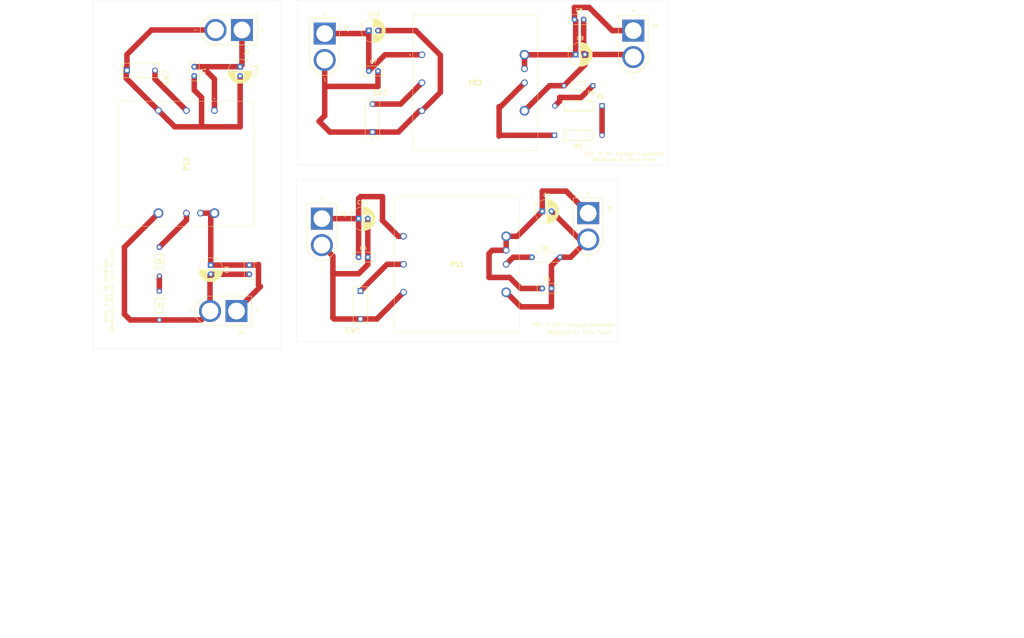
<source format=kicad_pcb>
(kicad_pcb (version 20240108) (generator "pcbnew") (generator_version "8.0")
  (layers (0 "F.Cu" signal) (31 "B.Cu" signal) (34 "B.Paste" user) (35 "F.Paste" user) (36 "B.SilkS" user "B.Silkscreen") (37 "F.SilkS" user "F.Silkscreen") (38 "B.Mask" user) (39 "F.Mask" user) (44 "Edge.Cuts" user))
  (net 0 "")
  (net 1 "Net-(J1-Pin_1)")
  (net 2 "Net-(J1-Pin_2)")
  (net 3 "Net-(J2-Pin_2)")
  (net 4 "Net-(J2-Pin_1)")
  (net 5 "Net-(PS1-ON{slash}OFF)")
  (net 6 "Net-(PS1-TRIM)")
  (net 7 "Net-(J3-Pin_2)")
  (net 8 "Net-(J3-Pin_1)")
  (net 9 "Net-(J4-Pin_1)")
  (net 10 "Net-(J4-Pin_2)")
  (net 11 "Net-(J5-Pin_2)")
  (net 12 "Net-(J5-Pin_1)")
  (net 13 "Net-(J6-Pin_1)")
  (net 14 "Net-(J6-Pin_2)")
  (net 15 "Net-(PS2-TRIM)")
  (net 16 "Net-(PS2-ON{slash}OFF)")
  (net 17 "Net-(PS3-TRIM)")
  (net 18 "Net-(PS3-ON{slash}OFF)")
  (net 19 "Net-(R1-Pad2)")
  (net 20 "Net-(R3-Pad2)")
  (net 21 "Net-(R5-Pad2)")
  (footprint "footprints400:CMF55_VIS" (layer "F.Cu") (at 259.022 61.306 180)
    (property "Reference" "R5" (at 0.5 2.5 0) (layer "F.SilkS"))
    (property "Value" "400")
    (pad "1" thru_hole rect (at 0 0 180) (size 1.4478 1.4478) (drill 0.9398) (layers "*.Cu" "*.Mask") (net 20 "Net-(R3-Pad2)"))
    (pad "2" thru_hole circle (at 12.8524 0 180) (size 1.4478 1.4478) (drill 0.9398) (layers "*.Cu" "*.Mask") (net 21 "Net-(R5-Pad2)"))
  )
  (footprint "DS01-254-L-01BE:SW_DS01-254-L-01BE" (layer "F.Cu") (at 133.5 51.64 -90)
    (property "Reference" "SW2" (at 1.985 -6.889 90) (layer "F.SilkS") (effects (font (size 1.4 1.4))))
    (property "Value" "SWITCH")
    (pad "1A" thru_hole rect (at 0 3.81 270) (size 1.58 1.58) (drill 1) (layers "*.Cu" "*.Mask") (net 7 "Net-(J3-Pin_2)"))
    (pad "1B" thru_hole circle (at 0 -3.81 270) (size 1.58 1.58) (drill 1) (layers "*.Cu" "*.Mask") (net 16 "Net-(PS2-ON{slash}OFF)"))
  )
  (footprint "FabDrawingTemplates:FabDrawing-4Layer-Metric" (layer "F.Cu") (at 132.675 141.07)
    (property "Reference" "REF**" (hide yes))
    (property "Value" "FabDrawing-4Layer" (hide yes))
  )
  (footprint "Capacitor_THT:CP_Radial_D6.3mm_P2.50mm" (layer "F.Cu") (at 192.75 92)
    (property "Reference" "Cin1" (at 1.25 -4.4 0) (layer "F.SilkS"))
    (property "Value" "330uF")
    (pad "1" thru_hole rect (at 0 0) (size 1.6 1.6) (drill 0.8) (layers "*.Cu" "*.Mask") (net 4 "Net-(J2-Pin_1)"))
    (pad "2" thru_hole circle (at 2.5 0) (size 1.6 1.6) (drill 0.8) (layers "*.Cu" "*.Mask") (net 3 "Net-(J2-Pin_2)"))
  )
  (footprint "Capacitor_THT:CP_Radial_D6.3mm_P2.50mm" (layer "F.Cu") (at 195.522 40.806)
    (property "Reference" "Cin3" (at 1.25 -4.4 0) (layer "F.SilkS"))
    (property "Value" "330uF")
    (pad "1" thru_hole rect (at 0 0) (size 1.6 1.6) (drill 0.8) (layers "*.Cu" "*.Mask") (net 12 "Net-(J5-Pin_1)"))
    (pad "2" thru_hole circle (at 2.5 0) (size 1.6 1.6) (drill 0.8) (layers "*.Cu" "*.Mask") (net 11 "Net-(J5-Pin_2)"))
  )
  (footprint "footprints1000:STA_CF18_STP" (layer "F.Cu") (at 138.5 99.766 -90)
    (property "Reference" "R1" (at 3.937 0 -90) (layer "F.SilkS"))
    (property "Value" "1000")
    (pad "1" thru_hole rect (at 0 0 270) (size 1.2954 1.2954) (drill 0.7874) (layers "*.Cu" "*.Mask") (net 15 "Net-(PS2-TRIM)"))
    (pad "2" thru_hole circle (at 7.874 0 270) (size 1.2954 1.2954) (drill 0.7874) (layers "*.Cu" "*.Mask") (net 19 "Net-(R1-Pad2)"))
  )
  (footprint "Capacitor_THT:C_Disc_D5.0mm_W2.5mm_P2.50mm" (layer "F.Cu") (at 192.75 102.5)
    (property "Reference" "C5" (at 1.25 -2.5 0) (layer "F.SilkS"))
    (property "Value" "22uF")
    (pad "1" thru_hole circle (at 0 0) (size 1.6 1.6) (drill 0.8) (layers "*.Cu" "*.Mask") (net 4 "Net-(J2-Pin_1)"))
    (pad "2" thru_hole circle (at 2.5 0) (size 1.6 1.6) (drill 0.8) (layers "*.Cu" "*.Mask") (net 3 "Net-(J2-Pin_2)"))
  )
  (footprint "DS01-254-L-01BE:SW_DS01-254-L-01BE" (layer "F.Cu") (at 193.25 115.5 180)
    (property "Reference" "SW1" (at 1.985 -6.889 0) (layer "F.SilkS") (effects (font (size 1.4 1.4))))
    (property "Value" "SWITCH")
    (pad "1A" thru_hole rect (at 0 3.81 180) (size 1.58 1.58) (drill 1) (layers "*.Cu" "*.Mask") (net 5 "Net-(PS1-ON{slash}OFF)"))
    (pad "1B" thru_hole circle (at 0 -3.81 180) (size 1.58 1.58) (drill 1) (layers "*.Cu" "*.Mask") (net 3 "Net-(J2-Pin_2)"))
  )
  (footprint "XT60-M:AMASS_XT60-M" (layer "F.Cu") (at 183.522 45.206 -90)
    (property "Reference" "J5" (at -4.825 -5.935 90) (layer "F.SilkS"))
    (property "Value" "40V")
    (pad "N" thru_hole circle (at 3.6 0 270) (size 6 6) (drill 4.55) (layers "*.Cu" "*.Mask") (net 11 "Net-(J5-Pin_2)"))
    (pad "P" thru_hole rect (at -3.6 0 270) (size 6 6) (drill 4.55) (layers "*.Cu" "*.Mask") (net 12 "Net-(J5-Pin_1)"))
  )
  (footprint "XT60-M:AMASS_XT60-M" (layer "F.Cu") (at 155.9 117.14 180)
    (property "Reference" "J4" (at -4.825 -5.935 0) (layer "F.SilkS"))
    (property "Value" "12V")
    (pad "N" thru_hole circle (at 3.6 0 180) (size 6 6) (drill 4.55) (layers "*.Cu" "*.Mask") (net 9 "Net-(J4-Pin_1)"))
    (pad "P" thru_hole rect (at -3.6 0 180) (size 6 6) (drill 4.55) (layers "*.Cu" "*.Mask") (net 10 "Net-(J4-Pin_2)"))
  )
  (footprint "Capacitor_THT:CP_Radial_D6.3mm_P2.50mm" (layer "F.Cu") (at 242.75 90)
    (property "Reference" "C4" (at 1.25 -4.4 0) (layer "F.SilkS"))
    (property "Value" "330uF")
    (pad "1" thru_hole rect (at 0 0) (size 1.6 1.6) (drill 0.8) (layers "*.Cu" "*.Mask") (net 2 "Net-(J1-Pin_2)"))
    (pad "2" thru_hole circle (at 2.5 0) (size 1.6 1.6) (drill 0.8) (layers "*.Cu" "*.Mask") (net 1 "Net-(J1-Pin_1)"))
  )
  (footprint "Voltage Regulator:I7A4W033A033V0F1R" (layer "F.Cu") (at 153.5 62.56 -90)
    (property "Reference" "PS2" (at 14.52 7.615 90) (layer "F.SilkS") (effects (font (size 1.27 1.27) (thickness 0.254))))
    (property "Value" "I7A48020A033V-0F1-R" (hide yes))
    (pad "1" thru_hole circle (at 0 0 270) (size 1.83 1.83) (drill 1.22) (layers "*.Cu" "*.Mask") (net 8 "Net-(J3-Pin_1)"))
    (pad "2" thru_hole circle (at 0 7.62 270) (size 1.83 1.83) (drill 1.22) (layers "*.Cu" "*.Mask") (net 16 "Net-(PS2-ON{slash}OFF)"))
    (pad "3" thru_hole circle (at 0 15.24 270) (size 1.83 1.83) (drill 1.22) (layers "*.Cu" "*.Mask") (net 7 "Net-(J3-Pin_2)"))
    (pad "4" thru_hole circle (at 27.94 15.24 270) (size 2.655 2.655) (drill 1.77) (layers "*.Cu" "*.Mask") (net 9 "Net-(J4-Pin_1)"))
    (pad "6" thru_hole circle (at 27.94 7.62 270) (size 1.83 1.83) (drill 1.22) (layers "*.Cu" "*.Mask") (net 15 "Net-(PS2-TRIM)"))
    (pad "7" thru_hole circle (at 27.94 3.81 270) (size 1.83 1.83) (drill 1.22) (layers "*.Cu" "*.Mask") (net 10 "Net-(J4-Pin_2)"))
    (pad "8" thru_hole circle (at 27.94 0 270) (size 2.655 2.655) (drill 1.77) (layers "*.Cu" "*.Mask") (net 10 "Net-(J4-Pin_2)"))
  )
  (footprint "Voltage Regulator:I7A4W033A033V0F1R" (layer "F.Cu") (at 209.98 47.385)
    (property "Reference" "PS3" (at 14.52 7.615 0) (layer "F.SilkS") (effects (font (size 1.27 1.27) (thickness 0.254))))
    (property "Value" "I7A48020A033V-0F1-R" (hide yes))
    (pad "1" thru_hole circle (at 0 0) (size 1.83 1.83) (drill 1.22) (layers "*.Cu" "*.Mask") (net 12 "Net-(J5-Pin_1)"))
    (pad "2" thru_hole circle (at 0 7.62) (size 1.83 1.83) (drill 1.22) (layers "*.Cu" "*.Mask") (net 18 "Net-(PS3-ON{slash}OFF)"))
    (pad "3" thru_hole circle (at 0 15.24) (size 1.83 1.83) (drill 1.22) (layers "*.Cu" "*.Mask") (net 11 "Net-(J5-Pin_2)"))
    (pad "4" thru_hole circle (at 27.94 15.24) (size 2.655 2.655) (drill 1.77) (layers "*.Cu" "*.Mask") (net 13 "Net-(J6-Pin_1)"))
    (pad "6" thru_hole circle (at 27.94 7.62) (size 1.83 1.83) (drill 1.22) (layers "*.Cu" "*.Mask") (net 17 "Net-(PS3-TRIM)"))
    (pad "7" thru_hole circle (at 27.94 3.81) (size 1.83 1.83) (drill 1.22) (layers "*.Cu" "*.Mask") (net 14 "Net-(J6-Pin_2)"))
    (pad "8" thru_hole circle (at 27.94 0) (size 2.655 2.655) (drill 1.77) (layers "*.Cu" "*.Mask") (net 14 "Net-(J6-Pin_2)"))
  )
  (footprint "footprints130:STA_CF18_STP" (layer "F.Cu") (at 138.5 111.703 -90)
    (property "Reference" "R4" (at 3.937 0 -90) (layer "F.SilkS"))
    (property "Value" "130")
    (pad "1" thru_hole rect (at 0 0 270) (size 1.2954 1.2954) (drill 0.7874) (layers "*.Cu" "*.Mask") (net 19 "Net-(R1-Pad2)"))
    (pad "2" thru_hole circle (at 7.874 0 270) (size 1.2954 1.2954) (drill 0.7874) (layers "*.Cu" "*.Mask") (net 9 "Net-(J4-Pin_1)"))
  )
  (footprint "Capacitor_THT:C_Disc_D5.0mm_W2.5mm_P2.50mm" (layer "F.Cu") (at 242.75 111)
    (property "Reference" "C6" (at 1.25 -2.5 0) (layer "F.SilkS"))
    (property "Value" "22uF")
    (pad "1" thru_hole circle (at 0 0) (size 1.6 1.6) (drill 0.8) (layers "*.Cu" "*.Mask") (net 2 "Net-(J1-Pin_2)"))
    (pad "2" thru_hole circle (at 2.5 0) (size 1.6 1.6) (drill 0.8) (layers "*.Cu" "*.Mask") (net 1 "Net-(J1-Pin_1)"))
  )
  (footprint "XT60-M:AMASS_XT60-M" (layer "F.Cu") (at 157.4 40.64 180)
    (property "Reference" "J3" (at -4.825 -5.935 0) (layer "F.SilkS"))
    (property "Value" "40V")
    (pad "N" thru_hole circle (at 3.6 0 180) (size 6 6) (drill 4.55) (layers "*.Cu" "*.Mask") (net 7 "Net-(J3-Pin_2)"))
    (pad "P" thru_hole rect (at -3.6 0 180) (size 6 6) (drill 4.55) (layers "*.Cu" "*.Mask") (net 8 "Net-(J3-Pin_1)"))
  )
  (footprint "Capacitor_THT:C_Disc_D5.0mm_W2.5mm_P2.50mm" (layer "F.Cu") (at 195.522 51.806)
    (property "Reference" "C7" (at 1.25 -2.5 0) (layer "F.SilkS"))
    (property "Value" "22uF")
    (pad "1" thru_hole circle (at 0 0) (size 1.6 1.6) (drill 0.8) (layers "*.Cu" "*.Mask") (net 12 "Net-(J5-Pin_1)"))
    (pad "2" thru_hole circle (at 2.5 0) (size 1.6 1.6) (drill 0.8) (layers "*.Cu" "*.Mask") (net 11 "Net-(J5-Pin_2)"))
  )
  (footprint "Capacitor_THT:C_Disc_D5.0mm_W2.5mm_P2.50mm" (layer "F.Cu") (at 163 104.64 -90)
    (property "Reference" "C2" (hide yes))
    (property "Value" "22uF")
    (pad "1" thru_hole circle (at 0 0 270) (size 1.6 1.6) (drill 0.8) (layers "*.Cu" "*.Mask") (net 10 "Net-(J4-Pin_2)"))
    (pad "2" thru_hole circle (at 2.5 0 270) (size 1.6 1.6) (drill 0.8) (layers "*.Cu" "*.Mask") (net 9 "Net-(J4-Pin_1)"))
  )
  (footprint "Capacitor_THT:C_Disc_D5.0mm_W2.5mm_P2.50mm" (layer "F.Cu") (at 251.522 37.806)
    (property "Reference" "C8" (at 1.25 -2.5 0) (layer "F.SilkS"))
    (property "Value" "22uF")
    (pad "1" thru_hole circle (at 0 0) (size 1.6 1.6) (drill 0.8) (layers "*.Cu" "*.Mask") (net 14 "Net-(J6-Pin_2)"))
    (pad "2" thru_hole circle (at 2.5 0) (size 1.6 1.6) (drill 0.8) (layers "*.Cu" "*.Mask") (net 13 "Net-(J6-Pin_1)"))
  )
  (footprint "Capacitor_THT:C_Disc_D5.0mm_W2.5mm_P2.50mm" (layer "F.Cu") (at 148 50.64 -90)
    (property "Reference" "C1" (at 1.25 -2.5 90) (layer "F.SilkS"))
    (property "Value" "22uF")
    (pad "1" thru_hole circle (at 0 0 270) (size 1.6 1.6) (drill 0.8) (layers "*.Cu" "*.Mask") (net 8 "Net-(J3-Pin_1)"))
    (pad "2" thru_hole circle (at 2.5 0 270) (size 1.6 1.6) (drill 0.8) (layers "*.Cu" "*.Mask") (net 7 "Net-(J3-Pin_2)"))
  )
  (footprint "Capacitor_THT:CP_Radial_D6.3mm_P2.50mm" (layer "F.Cu") (at 251.839621 47.306)
    (property "Reference" "C9" (at 1.25 -4.4 0) (layer "F.SilkS"))
    (property "Value" "330uF")
    (pad "1" thru_hole rect (at 0 0) (size 1.6 1.6) (drill 0.8) (layers "*.Cu" "*.Mask") (net 14 "Net-(J6-Pin_2)"))
    (pad "2" thru_hole circle (at 2.5 0) (size 1.6 1.6) (drill 0.8) (layers "*.Cu" "*.Mask") (net 13 "Net-(J6-Pin_1)"))
  )
  (footprint "XT60-M:AMASS_XT60-M" (layer "F.Cu") (at 267.522 44.406 -90)
    (property "Reference" "J6" (at -4.825 -5.935 90) (layer "F.SilkS"))
    (property "Value" "5V")
    (pad "N" thru_hole circle (at 3.6 0 270) (size 6 6) (drill 4.55) (layers "*.Cu" "*.Mask") (net 13 "Net-(J6-Pin_1)"))
    (pad "P" thru_hole rect (at -3.6 0 270) (size 6 6) (drill 4.55) (layers "*.Cu" "*.Mask") (net 14 "Net-(J6-Pin_2)"))
  )
  (footprint "Resistor_THT:R_Axial_DIN0207_L6.3mm_D2.5mm_P7.62mm_Horizontal" (layer "F.Cu") (at 239.94 102.5)
    (property "Reference" "R2" (at 3.81 -2.37 0) (layer "F.SilkS"))
    (property "Value" "280")
    (pad "1" thru_hole circle (at 0 0) (size 1.6 1.6) (drill 0.8) (layers "*.Cu" "*.Mask") (net 6 "Net-(PS1-TRIM)"))
    (pad "2" thru_hole oval (at 7.62 0) (size 1.6 1.6) (drill 0.8) (layers "*.Cu" "*.Mask") (net 1 "Net-(J1-Pin_1)"))
  )
  (footprint "XT60-M:AMASS_XT60-M" (layer "F.Cu") (at 255.25 94.1 -90)
    (property "Reference" "J1" (at -4.825 -5.935 90) (layer "F.SilkS"))
    (property "Value" "24V")
    (pad "N" thru_hole circle (at 3.6 0 270) (size 6 6) (drill 4.55) (layers "*.Cu" "*.Mask") (net 1 "Net-(J1-Pin_1)"))
    (pad "P" thru_hole rect (at -3.6 0 270) (size 6 6) (drill 4.55) (layers "*.Cu" "*.Mask") (net 2 "Net-(J1-Pin_2)"))
  )
  (footprint "DS01-254-L-01BE:SW_DS01-254-L-01BE" (layer "F.Cu") (at 196.522 64.616)
    (property "Reference" "SW3" (at 1.985 -6.889 0) (layer "F.SilkS") (effects (font (size 1.4 1.4))))
    (property "Value" "SWITCH")
    (pad "1A" thru_hole rect (at 0 3.81) (size 1.58 1.58) (drill 1) (layers "*.Cu" "*.Mask") (net 11 "Net-(J5-Pin_2)"))
    (pad "1B" thru_hole circle (at 0 -3.81) (size 1.58 1.58) (drill 1) (layers "*.Cu" "*.Mask") (net 18 "Net-(PS3-ON{slash}OFF)"))
  )
  (footprint "XT60-M:AMASS_XT60-M" (layer "F.Cu") (at 182.75 95.6 -90)
    (property "Reference" "J2" (at -4.825 -5.935 90) (layer "F.SilkS"))
    (property "Value" "40V")
    (pad "N" thru_hole circle (at 3.6 0 270) (size 6 6) (drill 4.55) (layers "*.Cu" "*.Mask") (net 3 "Net-(J2-Pin_2)"))
    (pad "P" thru_hole rect (at -3.6 0 270) (size 6 6) (drill 4.55) (layers "*.Cu" "*.Mask") (net 4 "Net-(J2-Pin_1)"))
  )
  (footprint "Capacitor_THT:CP_Radial_D6.3mm_P2.50mm" (layer "F.Cu") (at 152.5 104.64 -90)
    (property "Reference" "C3" (at 1.25 -4.4 90) (layer "F.SilkS"))
    (property "Value" "330uF")
    (pad "1" thru_hole rect (at 0 0 270) (size 1.6 1.6) (drill 0.8) (layers "*.Cu" "*.Mask") (net 10 "Net-(J4-Pin_2)"))
    (pad "2" thru_hole circle (at 2.5 0 270) (size 1.6 1.6) (drill 0.8) (layers "*.Cu" "*.Mask") (net 9 "Net-(J4-Pin_1)"))
  )
  (footprint "footprints180:STA_CF18_STP" (layer "F.Cu") (at 256.522 55.806 180)
    (property "Reference" "R6" (at 0.5 -2 0) (layer "F.SilkS"))
    (property "Value" "180")
    (pad "1" thru_hole rect (at 0 0 180) (size 1.2954 1.2954) (drill 0.7874) (layers "*.Cu" "*.Mask") (net 21 "Net-(R5-Pad2)"))
    (pad "2" thru_hole circle (at 7.874 0 180) (size 1.2954 1.2954) (drill 0.7874) (layers "*.Cu" "*.Mask") (net 13 "Net-(J6-Pin_1)"))
  )
  (footprint "Voltage Regulator:I7A4W033A033V0F1R" (layer "F.Cu") (at 204.985 96.805)
    (property "Reference" "PS1" (at 14.52 7.615 0) (layer "F.SilkS") (effects (font (size 1.27 1.27) (thickness 0.254))))
    (property "Value" "I7A48020A033V-0F1-R" (hide yes))
    (pad "1" thru_hole circle (at 0 0) (size 1.83 1.83) (drill 1.22) (layers "*.Cu" "*.Mask") (net 4 "Net-(J2-Pin_1)"))
    (pad "2" thru_hole circle (at 0 7.62) (size 1.83 1.83) (drill 1.22) (layers "*.Cu" "*.Mask") (net 5 "Net-(PS1-ON{slash}OFF)"))
    (pad "3" thru_hole circle (at 0 15.24) (size 1.83 1.83) (drill 1.22) (layers "*.Cu" "*.Mask") (net 3 "Net-(J2-Pin_2)"))
    (pad "4" thru_hole circle (at 27.94 15.24) (size 2.655 2.655) (drill 1.77) (layers "*.Cu" "*.Mask") (net 1 "Net-(J1-Pin_1)"))
    (pad "6" thru_hole circle (at 27.94 7.62) (size 1.83 1.83) (drill 1.22) (layers "*.Cu" "*.Mask") (net 6 "Net-(PS1-TRIM)"))
    (pad "7" thru_hole circle (at 27.94 3.81) (size 1.83 1.83) (drill 1.22) (layers "*.Cu" "*.Mask") (net 2 "Net-(J1-Pin_2)"))
    (pad "8" thru_hole circle (at 27.94 0) (size 2.655 2.655) (drill 1.77) (layers "*.Cu" "*.Mask") (net 2 "Net-(J1-Pin_2)"))
  )
  (footprint "footprints8200:RES_CMF07_VIS" (layer "F.Cu") (at 246.068 69.306)
    (property "Reference" "R3" (at 6.477 3 0) (layer "F.SilkS"))
    (property "Value" "8200")
    (pad "1" thru_hole rect (at 0 0) (size 1.4478 1.4478) (drill 0.9398) (layers "*.Cu" "*.Mask") (net 17 "Net-(PS3-TRIM)"))
    (pad "2" thru_hole circle (at 12.954 0) (size 1.4478 1.4478) (drill 0.9398) (layers "*.Cu" "*.Mask") (net 20 "Net-(R3-Pad2)"))
  )
  (footprint "Capacitor_THT:CP_Radial_D6.3mm_P2.50mm" (layer "F.Cu") (at 160.5 50.64 -90)
    (property "Reference" "Cin2" (at 1.25 -4.4 90) (layer "F.SilkS"))
    (property "Value" "330uF")
    (pad "1" thru_hole rect (at 0 0 270) (size 1.6 1.6) (drill 0.8) (layers "*.Cu" "*.Mask") (net 8 "Net-(J3-Pin_1)"))
    (pad "2" thru_hole circle (at 2.5 0 270) (size 1.6 1.6) (drill 0.8) (layers "*.Cu" "*.Mask") (net 7 "Net-(J3-Pin_2)"))
  )
  (gr_rect (start 176 32.5) (end 277 77.5) (stroke (width 0.05)) (fill none) (layer "Edge.Cuts"))
  (gr_rect (start 175.75 81.5) (end 263.25 125.5) (stroke (width 0.05)) (fill none) (layer "Edge.Cuts"))
  (gr_rect (start 120.5 32.5) (end 171.5 127.5) (stroke (width 0.05)) (fill none) (layer "Edge.Cuts"))
  (gr_text "40V To 5V Voltage Converter\nDesigned By Nico Town" (at 265 76.5 0) (layer "F.SilkS") (effects (font (size 1 1) (thickness 0.1)) (justify bottom)))
  (gr_text "40V To 12V Voltage Converter\nDesigned By Nico Town" (at 123.5 111.5 -90) (layer "F.SilkS") (effects (font (size 1 1) (thickness 0.1)) (justify bottom)))
  (gr_text "Designed by Nico Town" (at 243.75 123.5 0) (layer "F.SilkS") (effects (font (size 1 1) (thickness 0.1)) (justify left bottom)))
  (gr_text "40V To 24V Voltage Converter" (at 239.75 121.5 0) (layer "F.SilkS") (effects (font (size 1 1) (thickness 0.1)) (justify left bottom)))
  (segment (start 245.25 116) (end 245.25 111) (width 1.5) (layer "F.Cu") (net 1))
  (segment (start 245.25 111) (end 245.25 104.81) (width 1.5) (layer "F.Cu") (net 1))
  (segment (start 252.95 97.7) (end 255.25 97.7) (width 1.5) (layer "F.Cu") (net 1))
  (segment (start 236.88 116) (end 245.25 116) (width 1.5) (layer "F.Cu") (net 1))
  (segment (start 245.25 104.81) (end 247.56 102.5) (width 1.5) (layer "F.Cu") (net 1))
  (segment (start 232.925 112.045) (end 236.88 116) (width 1.5) (layer "F.Cu") (net 1))
  (segment (start 247.56 102.5) (end 250.45 102.5) (width 1.5) (layer "F.Cu") (net 1))
  (segment (start 250.45 102.5) (end 255.25 97.7) (width 1.5) (layer "F.Cu") (net 1))
  (segment (start 245.25 90) (end 252.95 97.7) (width 1.5) (layer "F.Cu") (net 1))
  (segment (start 232.925 100.615) (end 232.925 96.805) (width 1.5) (layer "F.Cu") (net 2))
  (segment (start 242.75 84.5) (end 242.75 90) (width 1.5) (layer "F.Cu") (net 2))
  (segment (start 236.862491 111) (end 233.862491 108) (width 1.5) (layer "F.Cu") (net 2))
  (segment (start 232.925 96.805) (end 235.945 96.805) (width 1.5) (layer "F.Cu") (net 2))
  (segment (start 233.862491 108) (end 228.25 108) (width 1.5) (layer "F.Cu") (net 2))
  (segment (start 242.75 111) (end 236.862491 111) (width 1.5) (layer "F.Cu") (net 2))
  (segment (start 255.25 90.5) (end 249.25 84.5) (width 1.5) (layer "F.Cu") (net 2))
  (segment (start 249.25 84.5) (end 242.75 84.5) (width 1.5) (layer "F.Cu") (net 2))
  (segment (start 228.25 108) (end 228.25 101.5) (width 1.5) (layer "F.Cu") (net 2))
  (segment (start 229.135 100.615) (end 232.925 100.615) (width 1.5) (layer "F.Cu") (net 2))
  (segment (start 235.945 96.805) (end 242.75 90) (width 1.5) (layer "F.Cu") (net 2))
  (segment (start 228.25 101.5) (end 229.135 100.615) (width 1.5) (layer "F.Cu") (net 2))
  (segment (start 193.25 119.31) (end 186.06 119.31) (width 1.5) (layer "F.Cu") (net 3))
  (segment (start 186.06 119.31) (end 185.75 119) (width 1.5) (layer "F.Cu") (net 3))
  (segment (start 197.72 119.31) (end 204.985 112.045) (width 1.5) (layer "F.Cu") (net 3))
  (segment (start 192.75 107) (end 195.25 104.5) (width 1.5) (layer "F.Cu") (net 3))
  (segment (start 185.75 107) (end 192.75 107) (width 1.5) (layer "F.Cu") (net 3))
  (segment (start 185.75 119) (end 185.75 107) (width 1.5) (layer "F.Cu") (net 3))
  (segment (start 185.75 102.2) (end 182.75 99.2) (width 1.5) (layer "F.Cu") (net 3))
  (segment (start 195.25 92) (end 195.25 102.5) (width 1.5) (layer "F.Cu") (net 3))
  (segment (start 195.25 104.5) (end 195.25 102.5) (width 1.5) (layer "F.Cu") (net 3))
  (segment (start 185.75 107) (end 185.75 102.2) (width 1.5) (layer "F.Cu") (net 3))
  (segment (start 193.25 119.31) (end 197.72 119.31) (width 1.5) (layer "F.Cu") (net 3))
  (segment (start 192.75 86.5) (end 192.75 92) (width 1.5) (layer "F.Cu") (net 4))
  (segment (start 193.25 86) (end 192.75 86.5) (width 1.5) (layer "F.Cu") (net 4))
  (segment (start 192.75 102.5) (end 192.75 92) (width 1.5) (layer "F.Cu") (net 4))
  (segment (start 199.25 86) (end 193.25 86) (width 1.5) (layer "F.Cu") (net 4))
  (segment (start 199.25 92.5) (end 199.25 86) (width 1.5) (layer "F.Cu") (net 4))
  (segment (start 203.555 96.805) (end 199.25 92.5) (width 1.5) (layer "F.Cu") (net 4))
  (segment (start 182.75 92) (end 192.75 92) (width 1.5) (layer "F.Cu") (net 4))
  (segment (start 204.985 96.805) (end 203.555 96.805) (width 1.5) (layer "F.Cu") (net 4))
  (segment (start 204.985 104.425) (end 200.515 104.425) (width 1.5) (layer "F.Cu") (net 5))
  (segment (start 200.515 104.425) (end 193.25 111.69) (width 1.5) (layer "F.Cu") (net 5))
  (segment (start 239.94 102.5) (end 234.85 102.5) (width 1.5) (layer "F.Cu") (net 6))
  (segment (start 234.85 102.5) (end 232.925 104.425) (width 1.5) (layer "F.Cu") (net 6))
  (segment (start 136.36 40.64) (end 153.8 40.64) (width 1.5) (layer "F.Cu") (net 7))
  (segment (start 150 59) (end 148 57) (width 1.5) (layer "F.Cu") (net 7))
  (segment (start 129.5 51) (end 129.5 53.8) (width 1.5) (layer "F.Cu") (net 7))
  (segment (start 129.69 51.19) (end 129.5 51) (width 1.5) (layer "F.Cu") (net 7))
  (segment (start 129.5 53.8) (end 138.26 62.56) (width 1.5) (layer "F.Cu") (net 7))
  (segment (start 150 67) (end 150 59) (width 1.5) (layer "F.Cu") (net 7))
  (segment (start 129.69 51.64) (end 129.69 51.19) (width 1.5) (layer "F.Cu") (net 7))
  (segment (start 138.26 62.56) (end 142.7 67) (width 1.5) (layer "F.Cu") (net 7))
  (segment (start 129.69 51.64) (end 129.69 47.31) (width 1.5) (layer "F.Cu") (net 7))
  (segment (start 153.8 40.64) (end 153.36 40.64) (width 1.5) (layer "F.Cu") (net 7))
  (segment (start 148 57) (end 148 53.14) (width 1.5) (layer "F.Cu") (net 7))
  (segment (start 142.7 67) (end 150 67) (width 1.5) (layer "F.Cu") (net 7))
  (segment (start 160.5 53.14) (end 160.5 67) (width 1.5) (layer "F.Cu") (net 7))
  (segment (start 129.69 47.31) (end 136.36 40.64) (width 1.5) (layer "F.Cu") (net 7))
  (segment (start 153.36 40.64) (end 153 41) (width 1.5) (layer "F.Cu") (net 7))
  (segment (start 160.5 67) (end 150 67) (width 1.5) (layer "F.Cu") (net 7))
  (segment (start 160.5 50.64) (end 148 50.64) (width 1.5) (layer "F.Cu") (net 8))
  (segment (start 153.5 62.56) (end 153.5 54) (width 1.5) (layer "F.Cu") (net 8))
  (segment (start 150.14 50.64) (end 148 50.64) (width 1.5) (layer "F.Cu") (net 8))
  (segment (start 161 40.64) (end 161 50.14) (width 1.5) (layer "F.Cu") (net 8))
  (segment (start 161 50.14) (end 160.5 50.64) (width 1.5) (layer "F.Cu") (net 8))
  (segment (start 153.5 54) (end 150.14 50.64) (width 1.5) (layer "F.Cu") (net 8))
  (segment (start 138.5 119.577) (end 149.863 119.577) (width 1.5) (layer "F.Cu") (net 9))
  (segment (start 129 99.76) (end 129 118) (width 1.5) (layer "F.Cu") (net 9))
  (segment (start 152.3 117.14) (end 152.3 107.34) (width 1.5) (layer "F.Cu") (net 9))
  (segment (start 138.26 90.5) (end 129 99.76) (width 1.5) (layer "F.Cu") (net 9))
  (segment (start 152.3 107.34) (end 152.5 107.14) (width 1.5) (layer "F.Cu") (net 9))
  (segment (start 129 118) (end 130.577 119.577) (width 1.5) (layer "F.Cu") (net 9))
  (segment (start 130.577 119.577) (end 138.5 119.577) (width 1.5) (layer "F.Cu") (net 9))
  (segment (start 152.5 107.14) (end 163 107.14) (width 1.5) (layer "F.Cu") (net 9))
  (segment (start 149.863 119.577) (end 152.3 117.14) (width 1.5) (layer "F.Cu") (net 9))
  (segment (start 159.5 117) (end 166 110.5) (width 1.5) (layer "F.Cu") (net 10))
  (segment (start 163 104.64) (end 152.5 104.64) (width 1.5) (layer "F.Cu") (net 10))
  (segment (start 152.5 104.64) (end 152.5 91.5) (width 1.5) (layer "F.Cu") (net 10))
  (segment (start 159.5 117.14) (end 159.5 117) (width 1.5) (layer "F.Cu") (net 10))
  (segment (start 165.5 104.5) (end 165.5 110) (width 1.5) (layer "F.Cu") (net 10))
  (segment (start 165.36 104.64) (end 165.5 104.5) (width 1.5) (layer "F.Cu") (net 10))
  (segment (start 152.5 91.5) (end 153.5 90.5) (width 1.5) (layer "F.Cu") (net 10))
  (segment (start 153.5 90.5) (end 149.69 90.5) (width 1.5) (layer "F.Cu") (net 10))
  (segment (start 163 104.64) (end 165.36 104.64) (width 1.5) (layer "F.Cu") (net 10))
  (segment (start 165.5 110) (end 166 110.5) (width 1.5) (layer "F.Cu") (net 10))
  (segment (start 196.522 68.426) (end 184.926 68.426) (width 1.5) (layer "F.Cu") (net 11))
  (segment (start 203.574 68.426) (end 196.522 68.426) (width 1.5) (layer "F.Cu") (net 11))
  (segment (start 208.306 40.806) (end 215 47.5) (width 1.5) (layer "F.Cu") (net 11))
  (segment (start 183.522 63.978) (end 183.522 56) (width 1.5) (layer "F.Cu") (net 11))
  (segment (start 184.926 68.426) (end 182 65.5) (width 1.5) (layer "F.Cu") (net 11))
  (segment (start 183.522 56) (end 198 56) (width 1.5) (layer "F.Cu") (net 11))
  (segment (start 215 57.605) (end 209.98 62.625) (width 1.5) (layer "F.Cu") (net 11))
  (segment (start 183.522 56) (end 183.522 48.806) (width 1.5) (layer "F.Cu") (net 11))
  (segment (start 209.375 62.625) (end 203.574 68.426) (width 1.5) (layer "F.Cu") (net 11))
  (segment (start 182 65.5) (end 183.522 63.978) (width 1.5) (layer "F.Cu") (net 11))
  (segment (start 198.022 55.978) (end 198.022 51.806) (width 1.5) (layer "F.Cu") (net 11))
  (segment (start 215 47.5) (end 215 57.605) (width 1.5) (layer "F.Cu") (net 11))
  (segment (start 198.022 40.806) (end 208.306 40.806) (width 1.5) (layer "F.Cu") (net 11))
  (segment (start 198 56) (end 198.022 55.978) (width 1.5) (layer "F.Cu") (net 11))
  (segment (start 209.98 62.625) (end 209.375 62.625) (width 1.5) (layer "F.Cu") (net 11))
  (segment (start 183.522 41.606) (end 194.722 41.606) (width 1.5) (layer "F.Cu") (net 12))
  (segment (start 199.943 47.385) (end 209.98 47.385) (width 1.5) (layer "F.Cu") (net 12))
  (segment (start 195.522 51.806) (end 199.943 47.385) (width 1.5) (layer "F.Cu") (net 12))
  (segment (start 194.722 41.606) (end 195.522 40.806) (width 1.5) (layer "F.Cu") (net 12))
  (segment (start 195.522 40.806) (end 195.522 51.806) (width 1.5) (layer "F.Cu") (net 12))
  (segment (start 244.739 55.806) (end 237.92 62.625) (width 1.5) (layer "F.Cu") (net 13))
  (segment (start 254.339621 47.306) (end 266.822 47.306) (width 1.5) (layer "F.Cu") (net 13))
  (segment (start 254.339621 47.306) (end 254.339621 50.114379) (width 1.5) (layer "F.Cu") (net 13))
  (segment (start 254.339621 50.114379) (end 248.648 55.806) (width 1.5) (layer "F.Cu") (net 13))
  (segment (start 254.022 37.806) (end 254.022 46.988379) (width 1.5) (layer "F.Cu") (net 13))
  (segment (start 248.648 55.806) (end 244.739 55.806) (width 1.5) (layer "F.Cu") (net 13))
  (segment (start 254.022 46.988379) (end 254.339621 47.306) (width 1.5) (layer "F.Cu") (net 13))
  (segment (start 266.822 47.306) (end 267.522 48.006) (width 1.5) (layer "F.Cu") (net 13))
  (segment (start 237.92 47.385) (end 237.92 51.195) (width 1.5) (layer "F.Cu") (net 14))
  (segment (start 255.5 34.5) (end 251.5 34.5) (width 1.5) (layer "F.Cu") (net 14))
  (segment (start 237.92 47.385) (end 251.760621 47.385) (width 1.5) (layer "F.Cu") (net 14))
  (segment (start 251.522 34.522) (end 251.522 37.806) (width 1.5) (layer "F.Cu") (net 14))
  (segment (start 267.522 40.806) (end 261.806 40.806) (width 1.5) (layer "F.Cu") (net 14))
  (segment (start 251.760621 47.385) (end 251.839621 47.306) (width 1.5) (layer "F.Cu") (net 14))
  (segment (start 251.839621 47.306) (end 251.839621 38.123621) (width 1.5) (layer "F.Cu") (net 14))
  (segment (start 251.839621 38.123621) (end 251.522 37.806) (width 1.5) (layer "F.Cu") (net 14))
  (segment (start 251.5 34.5) (end 251.522 34.522) (width 1.5) (layer "F.Cu") (net 14))
  (segment (start 261.806 40.806) (end 255.5 34.5) (width 1.5) (layer "F.Cu") (net 14))
  (segment (start 145.88 90.5) (end 145.88 92.386) (width 1.5) (layer "F.Cu") (net 15))
  (segment (start 145.88 92.386) (end 138.5 99.766) (width 1.5) (layer "F.Cu") (net 15))
  (segment (start 137.31 51.64) (end 137.31 53.99) (width 1.5) (layer "F.Cu") (net 16))
  (segment (start 137.31 53.99) (end 145.88 62.56) (width 1.5) (layer "F.Cu") (net 16))
  (segment (start 231.194 69.306) (end 246.068 69.306) (width 1.5) (layer "F.Cu") (net 17))
  (segment (start 231 61.5) (end 231 69.5) (width 1.5) (layer "F.Cu") (net 17))
  (segment (start 237.92 55.005) (end 231.425 61.5) (width 1.5) (layer "F.Cu") (net 17))
  (segment (start 231 69.5) (end 231.194 69.306) (width 1.5) (layer "F.Cu") (net 17))
  (segment (start 231.425 61.5) (end 231 61.5) (width 1.5) (layer "F.Cu") (net 17))
  (segment (start 196.522 60.806) (end 204.179 60.806) (width 1.5) (layer "F.Cu") (net 18))
  (segment (start 204.179 60.806) (end 209.98 55.005) (width 1.5) (layer "F.Cu") (net 18))
  (segment (start 138.5 111.703) (end 138.5 107.64) (width 1.5) (layer "F.Cu") (net 19))
  (segment (start 259.022 69.306) (end 259.022 61.306) (width 1.5) (layer "F.Cu") (net 20))
  (segment (start 247.5 59.9756) (end 247.5 59) (width 1.5) (layer "F.Cu") (net 21))
  (segment (start 247.5 59) (end 253.328 59) (width 1.5) (layer "F.Cu") (net 21))
  (segment (start 246.1696 61.306) (end 247.5 59.9756) (width 1.5) (layer "F.Cu") (net 21))
  (segment (start 253.328 59) (end 256.522 55.806) (width 1.5) (layer "F.Cu") (net 21))
)
</source>
